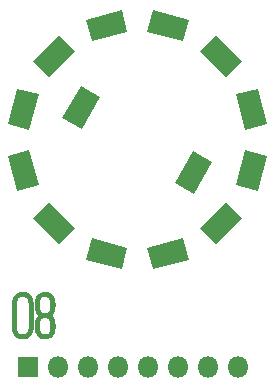
<source format=gbs>
G04 #@! TF.FileFunction,Soldermask,Bot*
%FSLAX46Y46*%
G04 Gerber Fmt 4.6, Leading zero omitted, Abs format (unit mm)*
G04 Created by KiCad (PCBNEW 4.0.2-stable) date 2019-03-27 10:39:04 PM*
%MOMM*%
G01*
G04 APERTURE LIST*
%ADD10C,0.200000*%
%ADD11C,0.010000*%
%ADD12R,1.800000X1.800000*%
%ADD13O,1.800000X1.800000*%
G04 APERTURE END LIST*
D10*
D11*
G36*
X43197472Y-67797199D02*
X43087660Y-67812043D01*
X42984895Y-67838060D01*
X42892731Y-67875305D01*
X42891476Y-67875935D01*
X42800175Y-67930600D01*
X42720288Y-67997128D01*
X42651570Y-68076004D01*
X42593775Y-68167710D01*
X42546657Y-68272730D01*
X42509968Y-68391547D01*
X42483464Y-68524646D01*
X42466898Y-68672509D01*
X42464082Y-68715284D01*
X42460805Y-68816929D01*
X42461790Y-68924115D01*
X42466769Y-69030877D01*
X42475472Y-69131252D01*
X42486581Y-69213101D01*
X42499743Y-69277333D01*
X42518157Y-69347076D01*
X42540027Y-69416693D01*
X42563558Y-69480549D01*
X42586956Y-69533010D01*
X42590852Y-69540502D01*
X42613293Y-69578643D01*
X42641302Y-69620669D01*
X42671572Y-69662131D01*
X42700799Y-69698584D01*
X42725676Y-69725583D01*
X42733917Y-69732940D01*
X42758321Y-69752647D01*
X42718681Y-69794413D01*
X42646519Y-69883535D01*
X42586039Y-69986526D01*
X42537250Y-70103361D01*
X42500163Y-70234018D01*
X42485553Y-70307139D01*
X42474003Y-70392313D01*
X42466195Y-70490171D01*
X42462130Y-70595785D01*
X42461807Y-70704227D01*
X42465226Y-70810569D01*
X42472387Y-70909884D01*
X42483289Y-70997244D01*
X42485601Y-71011051D01*
X42516042Y-71145825D01*
X42557679Y-71266348D01*
X42610567Y-71372687D01*
X42674762Y-71464911D01*
X42750318Y-71543087D01*
X42837291Y-71607282D01*
X42935736Y-71657566D01*
X43039536Y-71692406D01*
X43088068Y-71701909D01*
X43149725Y-71709111D01*
X43219618Y-71713881D01*
X43292860Y-71716084D01*
X43364562Y-71715587D01*
X43429835Y-71712258D01*
X43483792Y-71705964D01*
X43490930Y-71704695D01*
X43605146Y-71675891D01*
X43707523Y-71634594D01*
X43798354Y-71580441D01*
X43877926Y-71513073D01*
X43946532Y-71432127D01*
X44004461Y-71337241D01*
X44052003Y-71228055D01*
X44089448Y-71104206D01*
X44117087Y-70965333D01*
X44124166Y-70915679D01*
X44128595Y-70868572D01*
X44131797Y-70807908D01*
X44133771Y-70738091D01*
X44133948Y-70720338D01*
X43787006Y-70720338D01*
X43785337Y-70794368D01*
X43781745Y-70859776D01*
X43776141Y-70912746D01*
X43775703Y-70915679D01*
X43753782Y-71025545D01*
X43723638Y-71119488D01*
X43684679Y-71198044D01*
X43636315Y-71261750D01*
X43577952Y-71311142D01*
X43509001Y-71346757D01*
X43428869Y-71369131D01*
X43336965Y-71378800D01*
X43265594Y-71378309D01*
X43209603Y-71373751D01*
X43156675Y-71365836D01*
X43115915Y-71356149D01*
X43045519Y-71328111D01*
X42986716Y-71290266D01*
X42938005Y-71240912D01*
X42897885Y-71178346D01*
X42864855Y-71100866D01*
X42850145Y-71054674D01*
X42834616Y-70993188D01*
X42823022Y-70928073D01*
X42815008Y-70855938D01*
X42810222Y-70773394D01*
X42808310Y-70677048D01*
X42808240Y-70652369D01*
X42811302Y-70518556D01*
X42820815Y-70400926D01*
X42837201Y-70298550D01*
X42860881Y-70210502D01*
X42892278Y-70135851D01*
X42931814Y-70073669D01*
X42979910Y-70023029D01*
X43036988Y-69983001D01*
X43103470Y-69952657D01*
X43130250Y-69943784D01*
X43180563Y-69933303D01*
X43242402Y-69927562D01*
X43309795Y-69926501D01*
X43376771Y-69930061D01*
X43437360Y-69938181D01*
X43475085Y-69947249D01*
X43548230Y-69977769D01*
X43610869Y-70021192D01*
X43663591Y-70078264D01*
X43706985Y-70149726D01*
X43741640Y-70236324D01*
X43761604Y-70308854D01*
X43769611Y-70354459D01*
X43776226Y-70414344D01*
X43781362Y-70484690D01*
X43784930Y-70561683D01*
X43786841Y-70641505D01*
X43787006Y-70720338D01*
X44133948Y-70720338D01*
X44134516Y-70663529D01*
X44134031Y-70588630D01*
X44132315Y-70517798D01*
X44129368Y-70455442D01*
X44125187Y-70405968D01*
X44124282Y-70398607D01*
X44099750Y-70254562D01*
X44065906Y-70125862D01*
X44022627Y-70012207D01*
X43969791Y-69913301D01*
X43907276Y-69828844D01*
X43878210Y-69797714D01*
X43839707Y-69759250D01*
X43880028Y-69716072D01*
X43944354Y-69637761D01*
X43998625Y-69550779D01*
X44043335Y-69453714D01*
X44078979Y-69345158D01*
X44106048Y-69223701D01*
X44125038Y-69087932D01*
X44133171Y-68992999D01*
X44136030Y-68914923D01*
X43787514Y-68914923D01*
X43786299Y-68987316D01*
X43783179Y-69050963D01*
X43779074Y-69094282D01*
X43761461Y-69197939D01*
X43736408Y-69290351D01*
X43704574Y-69369597D01*
X43666617Y-69433757D01*
X43659542Y-69443103D01*
X43616257Y-69485681D01*
X43559251Y-69522936D01*
X43492653Y-69552776D01*
X43420594Y-69573113D01*
X43393321Y-69577818D01*
X43339260Y-69582035D01*
X43276071Y-69581650D01*
X43211498Y-69577086D01*
X43153285Y-69568763D01*
X43129583Y-69563481D01*
X43056853Y-69537839D01*
X42995456Y-69501077D01*
X42944176Y-69451865D01*
X42901793Y-69388874D01*
X42867089Y-69310775D01*
X42850106Y-69258396D01*
X42834585Y-69196919D01*
X42822997Y-69131776D01*
X42814990Y-69059580D01*
X42810211Y-68976949D01*
X42808308Y-68880496D01*
X42808240Y-68856226D01*
X42809279Y-68762517D01*
X42812674Y-68682985D01*
X42818792Y-68613775D01*
X42827998Y-68551032D01*
X42840660Y-68490899D01*
X42844433Y-68475725D01*
X42873938Y-68384474D01*
X42912321Y-68308527D01*
X42960432Y-68247241D01*
X43019122Y-68199975D01*
X43089242Y-68166087D01*
X43171641Y-68144934D01*
X43267172Y-68135876D01*
X43295357Y-68135420D01*
X43367023Y-68137438D01*
X43426464Y-68144412D01*
X43479167Y-68157377D01*
X43530620Y-68177364D01*
X43539273Y-68181363D01*
X43601455Y-68220609D01*
X43655603Y-68275629D01*
X43701229Y-68345700D01*
X43737848Y-68430098D01*
X43761340Y-68511750D01*
X43769102Y-68556050D01*
X43775660Y-68614624D01*
X43780897Y-68683634D01*
X43784696Y-68759246D01*
X43786941Y-68837621D01*
X43787514Y-68914923D01*
X44136030Y-68914923D01*
X44137490Y-68875085D01*
X44135167Y-68754565D01*
X44126602Y-68635382D01*
X44112196Y-68521481D01*
X44092350Y-68416807D01*
X44067464Y-68325304D01*
X44064418Y-68316160D01*
X44037292Y-68246259D01*
X44004224Y-68176473D01*
X43968583Y-68113514D01*
X43945668Y-68079481D01*
X43905845Y-68032236D01*
X43855892Y-67983347D01*
X43801526Y-67937821D01*
X43748465Y-67900665D01*
X43727818Y-67888693D01*
X43636092Y-67848480D01*
X43533640Y-67819170D01*
X43424017Y-67800817D01*
X43310776Y-67793476D01*
X43197472Y-67797199D01*
X43197472Y-67797199D01*
G37*
X43197472Y-67797199D02*
X43087660Y-67812043D01*
X42984895Y-67838060D01*
X42892731Y-67875305D01*
X42891476Y-67875935D01*
X42800175Y-67930600D01*
X42720288Y-67997128D01*
X42651570Y-68076004D01*
X42593775Y-68167710D01*
X42546657Y-68272730D01*
X42509968Y-68391547D01*
X42483464Y-68524646D01*
X42466898Y-68672509D01*
X42464082Y-68715284D01*
X42460805Y-68816929D01*
X42461790Y-68924115D01*
X42466769Y-69030877D01*
X42475472Y-69131252D01*
X42486581Y-69213101D01*
X42499743Y-69277333D01*
X42518157Y-69347076D01*
X42540027Y-69416693D01*
X42563558Y-69480549D01*
X42586956Y-69533010D01*
X42590852Y-69540502D01*
X42613293Y-69578643D01*
X42641302Y-69620669D01*
X42671572Y-69662131D01*
X42700799Y-69698584D01*
X42725676Y-69725583D01*
X42733917Y-69732940D01*
X42758321Y-69752647D01*
X42718681Y-69794413D01*
X42646519Y-69883535D01*
X42586039Y-69986526D01*
X42537250Y-70103361D01*
X42500163Y-70234018D01*
X42485553Y-70307139D01*
X42474003Y-70392313D01*
X42466195Y-70490171D01*
X42462130Y-70595785D01*
X42461807Y-70704227D01*
X42465226Y-70810569D01*
X42472387Y-70909884D01*
X42483289Y-70997244D01*
X42485601Y-71011051D01*
X42516042Y-71145825D01*
X42557679Y-71266348D01*
X42610567Y-71372687D01*
X42674762Y-71464911D01*
X42750318Y-71543087D01*
X42837291Y-71607282D01*
X42935736Y-71657566D01*
X43039536Y-71692406D01*
X43088068Y-71701909D01*
X43149725Y-71709111D01*
X43219618Y-71713881D01*
X43292860Y-71716084D01*
X43364562Y-71715587D01*
X43429835Y-71712258D01*
X43483792Y-71705964D01*
X43490930Y-71704695D01*
X43605146Y-71675891D01*
X43707523Y-71634594D01*
X43798354Y-71580441D01*
X43877926Y-71513073D01*
X43946532Y-71432127D01*
X44004461Y-71337241D01*
X44052003Y-71228055D01*
X44089448Y-71104206D01*
X44117087Y-70965333D01*
X44124166Y-70915679D01*
X44128595Y-70868572D01*
X44131797Y-70807908D01*
X44133771Y-70738091D01*
X44133948Y-70720338D01*
X43787006Y-70720338D01*
X43785337Y-70794368D01*
X43781745Y-70859776D01*
X43776141Y-70912746D01*
X43775703Y-70915679D01*
X43753782Y-71025545D01*
X43723638Y-71119488D01*
X43684679Y-71198044D01*
X43636315Y-71261750D01*
X43577952Y-71311142D01*
X43509001Y-71346757D01*
X43428869Y-71369131D01*
X43336965Y-71378800D01*
X43265594Y-71378309D01*
X43209603Y-71373751D01*
X43156675Y-71365836D01*
X43115915Y-71356149D01*
X43045519Y-71328111D01*
X42986716Y-71290266D01*
X42938005Y-71240912D01*
X42897885Y-71178346D01*
X42864855Y-71100866D01*
X42850145Y-71054674D01*
X42834616Y-70993188D01*
X42823022Y-70928073D01*
X42815008Y-70855938D01*
X42810222Y-70773394D01*
X42808310Y-70677048D01*
X42808240Y-70652369D01*
X42811302Y-70518556D01*
X42820815Y-70400926D01*
X42837201Y-70298550D01*
X42860881Y-70210502D01*
X42892278Y-70135851D01*
X42931814Y-70073669D01*
X42979910Y-70023029D01*
X43036988Y-69983001D01*
X43103470Y-69952657D01*
X43130250Y-69943784D01*
X43180563Y-69933303D01*
X43242402Y-69927562D01*
X43309795Y-69926501D01*
X43376771Y-69930061D01*
X43437360Y-69938181D01*
X43475085Y-69947249D01*
X43548230Y-69977769D01*
X43610869Y-70021192D01*
X43663591Y-70078264D01*
X43706985Y-70149726D01*
X43741640Y-70236324D01*
X43761604Y-70308854D01*
X43769611Y-70354459D01*
X43776226Y-70414344D01*
X43781362Y-70484690D01*
X43784930Y-70561683D01*
X43786841Y-70641505D01*
X43787006Y-70720338D01*
X44133948Y-70720338D01*
X44134516Y-70663529D01*
X44134031Y-70588630D01*
X44132315Y-70517798D01*
X44129368Y-70455442D01*
X44125187Y-70405968D01*
X44124282Y-70398607D01*
X44099750Y-70254562D01*
X44065906Y-70125862D01*
X44022627Y-70012207D01*
X43969791Y-69913301D01*
X43907276Y-69828844D01*
X43878210Y-69797714D01*
X43839707Y-69759250D01*
X43880028Y-69716072D01*
X43944354Y-69637761D01*
X43998625Y-69550779D01*
X44043335Y-69453714D01*
X44078979Y-69345158D01*
X44106048Y-69223701D01*
X44125038Y-69087932D01*
X44133171Y-68992999D01*
X44136030Y-68914923D01*
X43787514Y-68914923D01*
X43786299Y-68987316D01*
X43783179Y-69050963D01*
X43779074Y-69094282D01*
X43761461Y-69197939D01*
X43736408Y-69290351D01*
X43704574Y-69369597D01*
X43666617Y-69433757D01*
X43659542Y-69443103D01*
X43616257Y-69485681D01*
X43559251Y-69522936D01*
X43492653Y-69552776D01*
X43420594Y-69573113D01*
X43393321Y-69577818D01*
X43339260Y-69582035D01*
X43276071Y-69581650D01*
X43211498Y-69577086D01*
X43153285Y-69568763D01*
X43129583Y-69563481D01*
X43056853Y-69537839D01*
X42995456Y-69501077D01*
X42944176Y-69451865D01*
X42901793Y-69388874D01*
X42867089Y-69310775D01*
X42850106Y-69258396D01*
X42834585Y-69196919D01*
X42822997Y-69131776D01*
X42814990Y-69059580D01*
X42810211Y-68976949D01*
X42808308Y-68880496D01*
X42808240Y-68856226D01*
X42809279Y-68762517D01*
X42812674Y-68682985D01*
X42818792Y-68613775D01*
X42827998Y-68551032D01*
X42840660Y-68490899D01*
X42844433Y-68475725D01*
X42873938Y-68384474D01*
X42912321Y-68308527D01*
X42960432Y-68247241D01*
X43019122Y-68199975D01*
X43089242Y-68166087D01*
X43171641Y-68144934D01*
X43267172Y-68135876D01*
X43295357Y-68135420D01*
X43367023Y-68137438D01*
X43426464Y-68144412D01*
X43479167Y-68157377D01*
X43530620Y-68177364D01*
X43539273Y-68181363D01*
X43601455Y-68220609D01*
X43655603Y-68275629D01*
X43701229Y-68345700D01*
X43737848Y-68430098D01*
X43761340Y-68511750D01*
X43769102Y-68556050D01*
X43775660Y-68614624D01*
X43780897Y-68683634D01*
X43784696Y-68759246D01*
X43786941Y-68837621D01*
X43787514Y-68914923D01*
X44136030Y-68914923D01*
X44137490Y-68875085D01*
X44135167Y-68754565D01*
X44126602Y-68635382D01*
X44112196Y-68521481D01*
X44092350Y-68416807D01*
X44067464Y-68325304D01*
X44064418Y-68316160D01*
X44037292Y-68246259D01*
X44004224Y-68176473D01*
X43968583Y-68113514D01*
X43945668Y-68079481D01*
X43905845Y-68032236D01*
X43855892Y-67983347D01*
X43801526Y-67937821D01*
X43748465Y-67900665D01*
X43727818Y-67888693D01*
X43636092Y-67848480D01*
X43533640Y-67819170D01*
X43424017Y-67800817D01*
X43310776Y-67793476D01*
X43197472Y-67797199D01*
G36*
X41353330Y-67796936D02*
X41284388Y-67800736D01*
X41222071Y-67806912D01*
X41171286Y-67815365D01*
X41168831Y-67815916D01*
X41051806Y-67850683D01*
X40946512Y-67898945D01*
X40852883Y-67960793D01*
X40770853Y-68036324D01*
X40700356Y-68125629D01*
X40641324Y-68228803D01*
X40593691Y-68345940D01*
X40557392Y-68477134D01*
X40532360Y-68622477D01*
X40521661Y-68730522D01*
X40519816Y-68767016D01*
X40518252Y-68821567D01*
X40516971Y-68894091D01*
X40515973Y-68984506D01*
X40515259Y-69092727D01*
X40514827Y-69218672D01*
X40514681Y-69362256D01*
X40514818Y-69523397D01*
X40515241Y-69702011D01*
X40515773Y-69854321D01*
X40516419Y-70012414D01*
X40517058Y-70153435D01*
X40517710Y-70278459D01*
X40518391Y-70388558D01*
X40519122Y-70484803D01*
X40519921Y-70568269D01*
X40520807Y-70640026D01*
X40521798Y-70701148D01*
X40522914Y-70752707D01*
X40524172Y-70795775D01*
X40525593Y-70831425D01*
X40527194Y-70860730D01*
X40528994Y-70884762D01*
X40531013Y-70904593D01*
X40533268Y-70921296D01*
X40534572Y-70929286D01*
X40559332Y-71051126D01*
X40589295Y-71157799D01*
X40625618Y-71251821D01*
X40669460Y-71335712D01*
X40721979Y-71411990D01*
X40784332Y-71483172D01*
X40793555Y-71492516D01*
X40873389Y-71563160D01*
X40958236Y-71619644D01*
X41049947Y-71662642D01*
X41150374Y-71692824D01*
X41261371Y-71710862D01*
X41384789Y-71717426D01*
X41414138Y-71717394D01*
X41463501Y-71716272D01*
X41512192Y-71714083D01*
X41554031Y-71711163D01*
X41579036Y-71708439D01*
X41678286Y-71686623D01*
X41777284Y-71650898D01*
X41870477Y-71603655D01*
X41951326Y-71548085D01*
X42032811Y-71470834D01*
X42103368Y-71379168D01*
X42163008Y-71273063D01*
X42211743Y-71152496D01*
X42249587Y-71017441D01*
X42265519Y-70938357D01*
X42267389Y-70924379D01*
X42269068Y-70904149D01*
X42270563Y-70876790D01*
X42271885Y-70841424D01*
X42273043Y-70797170D01*
X42274044Y-70743152D01*
X42274899Y-70678490D01*
X42275616Y-70602306D01*
X42276204Y-70513721D01*
X42276672Y-70411857D01*
X42277030Y-70295835D01*
X42277285Y-70164777D01*
X42277447Y-70017804D01*
X42277525Y-69854037D01*
X42277534Y-69767715D01*
X41946661Y-69767715D01*
X41946603Y-69891733D01*
X41946404Y-70014039D01*
X41946064Y-70133105D01*
X41945581Y-70247404D01*
X41944956Y-70355411D01*
X41944189Y-70455598D01*
X41943278Y-70546439D01*
X41942224Y-70626408D01*
X41941027Y-70693977D01*
X41939685Y-70747620D01*
X41938199Y-70785810D01*
X41936969Y-70803592D01*
X41919466Y-70925636D01*
X41892902Y-71032218D01*
X41856949Y-71123776D01*
X41811280Y-71200750D01*
X41755567Y-71263582D01*
X41689482Y-71312709D01*
X41612698Y-71348573D01*
X41524888Y-71371613D01*
X41512179Y-71373763D01*
X41450200Y-71379351D01*
X41380062Y-71378784D01*
X41308771Y-71372586D01*
X41243330Y-71361279D01*
X41205549Y-71350873D01*
X41129289Y-71318185D01*
X41063817Y-71274423D01*
X41008406Y-71218565D01*
X40962329Y-71149590D01*
X40924859Y-71066477D01*
X40895270Y-70968203D01*
X40879288Y-70892242D01*
X40876757Y-70876744D01*
X40874498Y-70859141D01*
X40872491Y-70838316D01*
X40870715Y-70813149D01*
X40869149Y-70782524D01*
X40867772Y-70745323D01*
X40866563Y-70700426D01*
X40865500Y-70646718D01*
X40864563Y-70583078D01*
X40863732Y-70508391D01*
X40862984Y-70421537D01*
X40862299Y-70321399D01*
X40861656Y-70206859D01*
X40861034Y-70076799D01*
X40860411Y-69930100D01*
X40860192Y-69875257D01*
X40859579Y-69698781D01*
X40859218Y-69539445D01*
X40859129Y-69396248D01*
X40859336Y-69268190D01*
X40859859Y-69154269D01*
X40860721Y-69053484D01*
X40861943Y-68964834D01*
X40863547Y-68887319D01*
X40865555Y-68819936D01*
X40867989Y-68761685D01*
X40870870Y-68711565D01*
X40874221Y-68668575D01*
X40878062Y-68631714D01*
X40882416Y-68599980D01*
X40887304Y-68572374D01*
X40888674Y-68565710D01*
X40915872Y-68463582D01*
X40951378Y-68376917D01*
X40996012Y-68304652D01*
X41050596Y-68245724D01*
X41115950Y-68199070D01*
X41192896Y-68163626D01*
X41201586Y-68160545D01*
X41226695Y-68152528D01*
X41250626Y-68146894D01*
X41277324Y-68143256D01*
X41310731Y-68141226D01*
X41354791Y-68140419D01*
X41406678Y-68140416D01*
X41464043Y-68140950D01*
X41507072Y-68142271D01*
X41539567Y-68144771D01*
X41565333Y-68148842D01*
X41588171Y-68154875D01*
X41605525Y-68160869D01*
X41667045Y-68187082D01*
X41717130Y-68217224D01*
X41762482Y-68255624D01*
X41780134Y-68273560D01*
X41829586Y-68337079D01*
X41869912Y-68413751D01*
X41901415Y-68504409D01*
X41924401Y-68609887D01*
X41936470Y-68701558D01*
X41938079Y-68727058D01*
X41939551Y-68769164D01*
X41940885Y-68826349D01*
X41942082Y-68897088D01*
X41943141Y-68979853D01*
X41944062Y-69073118D01*
X41944844Y-69175357D01*
X41945487Y-69285041D01*
X41945990Y-69400646D01*
X41946354Y-69520645D01*
X41946578Y-69643509D01*
X41946661Y-69767715D01*
X42277534Y-69767715D01*
X42277536Y-69759071D01*
X42277542Y-69587467D01*
X42277531Y-69432957D01*
X42277452Y-69294496D01*
X42277258Y-69171034D01*
X42276901Y-69061525D01*
X42276333Y-68964921D01*
X42275504Y-68880174D01*
X42274367Y-68806237D01*
X42272874Y-68742062D01*
X42270975Y-68686601D01*
X42268624Y-68638808D01*
X42265771Y-68597634D01*
X42262369Y-68562032D01*
X42258368Y-68530955D01*
X42253721Y-68503354D01*
X42248380Y-68478182D01*
X42242296Y-68454391D01*
X42235421Y-68430935D01*
X42227706Y-68406765D01*
X42219104Y-68380834D01*
X42213189Y-68363067D01*
X42165913Y-68243367D01*
X42108108Y-68138342D01*
X42039306Y-68047570D01*
X41959036Y-67970627D01*
X41866831Y-67907091D01*
X41762221Y-67856538D01*
X41644737Y-67818546D01*
X41597178Y-67807432D01*
X41550820Y-67800759D01*
X41491454Y-67796850D01*
X41423988Y-67795608D01*
X41353330Y-67796936D01*
X41353330Y-67796936D01*
G37*
X41353330Y-67796936D02*
X41284388Y-67800736D01*
X41222071Y-67806912D01*
X41171286Y-67815365D01*
X41168831Y-67815916D01*
X41051806Y-67850683D01*
X40946512Y-67898945D01*
X40852883Y-67960793D01*
X40770853Y-68036324D01*
X40700356Y-68125629D01*
X40641324Y-68228803D01*
X40593691Y-68345940D01*
X40557392Y-68477134D01*
X40532360Y-68622477D01*
X40521661Y-68730522D01*
X40519816Y-68767016D01*
X40518252Y-68821567D01*
X40516971Y-68894091D01*
X40515973Y-68984506D01*
X40515259Y-69092727D01*
X40514827Y-69218672D01*
X40514681Y-69362256D01*
X40514818Y-69523397D01*
X40515241Y-69702011D01*
X40515773Y-69854321D01*
X40516419Y-70012414D01*
X40517058Y-70153435D01*
X40517710Y-70278459D01*
X40518391Y-70388558D01*
X40519122Y-70484803D01*
X40519921Y-70568269D01*
X40520807Y-70640026D01*
X40521798Y-70701148D01*
X40522914Y-70752707D01*
X40524172Y-70795775D01*
X40525593Y-70831425D01*
X40527194Y-70860730D01*
X40528994Y-70884762D01*
X40531013Y-70904593D01*
X40533268Y-70921296D01*
X40534572Y-70929286D01*
X40559332Y-71051126D01*
X40589295Y-71157799D01*
X40625618Y-71251821D01*
X40669460Y-71335712D01*
X40721979Y-71411990D01*
X40784332Y-71483172D01*
X40793555Y-71492516D01*
X40873389Y-71563160D01*
X40958236Y-71619644D01*
X41049947Y-71662642D01*
X41150374Y-71692824D01*
X41261371Y-71710862D01*
X41384789Y-71717426D01*
X41414138Y-71717394D01*
X41463501Y-71716272D01*
X41512192Y-71714083D01*
X41554031Y-71711163D01*
X41579036Y-71708439D01*
X41678286Y-71686623D01*
X41777284Y-71650898D01*
X41870477Y-71603655D01*
X41951326Y-71548085D01*
X42032811Y-71470834D01*
X42103368Y-71379168D01*
X42163008Y-71273063D01*
X42211743Y-71152496D01*
X42249587Y-71017441D01*
X42265519Y-70938357D01*
X42267389Y-70924379D01*
X42269068Y-70904149D01*
X42270563Y-70876790D01*
X42271885Y-70841424D01*
X42273043Y-70797170D01*
X42274044Y-70743152D01*
X42274899Y-70678490D01*
X42275616Y-70602306D01*
X42276204Y-70513721D01*
X42276672Y-70411857D01*
X42277030Y-70295835D01*
X42277285Y-70164777D01*
X42277447Y-70017804D01*
X42277525Y-69854037D01*
X42277534Y-69767715D01*
X41946661Y-69767715D01*
X41946603Y-69891733D01*
X41946404Y-70014039D01*
X41946064Y-70133105D01*
X41945581Y-70247404D01*
X41944956Y-70355411D01*
X41944189Y-70455598D01*
X41943278Y-70546439D01*
X41942224Y-70626408D01*
X41941027Y-70693977D01*
X41939685Y-70747620D01*
X41938199Y-70785810D01*
X41936969Y-70803592D01*
X41919466Y-70925636D01*
X41892902Y-71032218D01*
X41856949Y-71123776D01*
X41811280Y-71200750D01*
X41755567Y-71263582D01*
X41689482Y-71312709D01*
X41612698Y-71348573D01*
X41524888Y-71371613D01*
X41512179Y-71373763D01*
X41450200Y-71379351D01*
X41380062Y-71378784D01*
X41308771Y-71372586D01*
X41243330Y-71361279D01*
X41205549Y-71350873D01*
X41129289Y-71318185D01*
X41063817Y-71274423D01*
X41008406Y-71218565D01*
X40962329Y-71149590D01*
X40924859Y-71066477D01*
X40895270Y-70968203D01*
X40879288Y-70892242D01*
X40876757Y-70876744D01*
X40874498Y-70859141D01*
X40872491Y-70838316D01*
X40870715Y-70813149D01*
X40869149Y-70782524D01*
X40867772Y-70745323D01*
X40866563Y-70700426D01*
X40865500Y-70646718D01*
X40864563Y-70583078D01*
X40863732Y-70508391D01*
X40862984Y-70421537D01*
X40862299Y-70321399D01*
X40861656Y-70206859D01*
X40861034Y-70076799D01*
X40860411Y-69930100D01*
X40860192Y-69875257D01*
X40859579Y-69698781D01*
X40859218Y-69539445D01*
X40859129Y-69396248D01*
X40859336Y-69268190D01*
X40859859Y-69154269D01*
X40860721Y-69053484D01*
X40861943Y-68964834D01*
X40863547Y-68887319D01*
X40865555Y-68819936D01*
X40867989Y-68761685D01*
X40870870Y-68711565D01*
X40874221Y-68668575D01*
X40878062Y-68631714D01*
X40882416Y-68599980D01*
X40887304Y-68572374D01*
X40888674Y-68565710D01*
X40915872Y-68463582D01*
X40951378Y-68376917D01*
X40996012Y-68304652D01*
X41050596Y-68245724D01*
X41115950Y-68199070D01*
X41192896Y-68163626D01*
X41201586Y-68160545D01*
X41226695Y-68152528D01*
X41250626Y-68146894D01*
X41277324Y-68143256D01*
X41310731Y-68141226D01*
X41354791Y-68140419D01*
X41406678Y-68140416D01*
X41464043Y-68140950D01*
X41507072Y-68142271D01*
X41539567Y-68144771D01*
X41565333Y-68148842D01*
X41588171Y-68154875D01*
X41605525Y-68160869D01*
X41667045Y-68187082D01*
X41717130Y-68217224D01*
X41762482Y-68255624D01*
X41780134Y-68273560D01*
X41829586Y-68337079D01*
X41869912Y-68413751D01*
X41901415Y-68504409D01*
X41924401Y-68609887D01*
X41936470Y-68701558D01*
X41938079Y-68727058D01*
X41939551Y-68769164D01*
X41940885Y-68826349D01*
X41942082Y-68897088D01*
X41943141Y-68979853D01*
X41944062Y-69073118D01*
X41944844Y-69175357D01*
X41945487Y-69285041D01*
X41945990Y-69400646D01*
X41946354Y-69520645D01*
X41946578Y-69643509D01*
X41946661Y-69767715D01*
X42277534Y-69767715D01*
X42277536Y-69759071D01*
X42277542Y-69587467D01*
X42277531Y-69432957D01*
X42277452Y-69294496D01*
X42277258Y-69171034D01*
X42276901Y-69061525D01*
X42276333Y-68964921D01*
X42275504Y-68880174D01*
X42274367Y-68806237D01*
X42272874Y-68742062D01*
X42270975Y-68686601D01*
X42268624Y-68638808D01*
X42265771Y-68597634D01*
X42262369Y-68562032D01*
X42258368Y-68530955D01*
X42253721Y-68503354D01*
X42248380Y-68478182D01*
X42242296Y-68454391D01*
X42235421Y-68430935D01*
X42227706Y-68406765D01*
X42219104Y-68380834D01*
X42213189Y-68363067D01*
X42165913Y-68243367D01*
X42108108Y-68138342D01*
X42039306Y-68047570D01*
X41959036Y-67970627D01*
X41866831Y-67907091D01*
X41762221Y-67856538D01*
X41644737Y-67818546D01*
X41597178Y-67807432D01*
X41550820Y-67800759D01*
X41491454Y-67796850D01*
X41423988Y-67795608D01*
X41353330Y-67796936D01*
D10*
G36*
X47308693Y-46558799D02*
X46816937Y-44723540D01*
X49811307Y-43921201D01*
X50303063Y-45756460D01*
X47308693Y-46558799D01*
X47308693Y-46558799D01*
G37*
G36*
X43655736Y-49597767D02*
X42312233Y-48254264D01*
X44504264Y-46062233D01*
X45847767Y-47405736D01*
X43655736Y-49597767D01*
X43655736Y-49597767D01*
G37*
G36*
X42006460Y-54053063D02*
X40171201Y-53561307D01*
X40973540Y-50566937D01*
X42808799Y-51058693D01*
X42006460Y-54053063D01*
X42006460Y-54053063D01*
G37*
G36*
X40171201Y-56238693D02*
X42006460Y-55746937D01*
X42808799Y-58741307D01*
X40973540Y-59233063D01*
X40171201Y-56238693D01*
X40171201Y-56238693D01*
G37*
G36*
X42312233Y-61545736D02*
X43655736Y-60202233D01*
X45847767Y-62394264D01*
X44504264Y-63737767D01*
X42312233Y-61545736D01*
X42312233Y-61545736D01*
G37*
G36*
X46816937Y-65076460D02*
X47308693Y-63241201D01*
X50303063Y-64043540D01*
X49811307Y-65878799D01*
X46816937Y-65076460D01*
X46816937Y-65076460D01*
G37*
G36*
X55957724Y-59467339D02*
X54312276Y-58517339D01*
X55862276Y-55832661D01*
X57507724Y-56782661D01*
X55957724Y-59467339D01*
X55957724Y-59467339D01*
G37*
G36*
X46437724Y-53967339D02*
X44792276Y-53017339D01*
X46342276Y-50332661D01*
X47987724Y-51282661D01*
X46437724Y-53967339D01*
X46437724Y-53967339D01*
G37*
G36*
X51996937Y-45756460D02*
X52488693Y-43921201D01*
X55483063Y-44723540D01*
X54991307Y-46558799D01*
X51996937Y-45756460D01*
X51996937Y-45756460D01*
G37*
G36*
X56452233Y-47405736D02*
X57795736Y-46062233D01*
X59987767Y-48254264D01*
X58644264Y-49597767D01*
X56452233Y-47405736D01*
X56452233Y-47405736D01*
G37*
G36*
X59491201Y-51058693D02*
X61326460Y-50566937D01*
X62128799Y-53561307D01*
X60293540Y-54053063D01*
X59491201Y-51058693D01*
X59491201Y-51058693D01*
G37*
G36*
X61326460Y-59233063D02*
X59491201Y-58741307D01*
X60293540Y-55746937D01*
X62128799Y-56238693D01*
X61326460Y-59233063D01*
X61326460Y-59233063D01*
G37*
G36*
X57795736Y-63737767D02*
X56452233Y-62394264D01*
X58644264Y-60202233D01*
X59987767Y-61545736D01*
X57795736Y-63737767D01*
X57795736Y-63737767D01*
G37*
G36*
X52488693Y-65878799D02*
X51996937Y-64043540D01*
X54991307Y-63241201D01*
X55483063Y-65076460D01*
X52488693Y-65878799D01*
X52488693Y-65878799D01*
G37*
D12*
X41870000Y-74150000D03*
D13*
X44410000Y-74150000D03*
X46950000Y-74150000D03*
X49490000Y-74150000D03*
X52030000Y-74150000D03*
X54570000Y-74150000D03*
X57110000Y-74150000D03*
X59650000Y-74150000D03*
M02*

</source>
